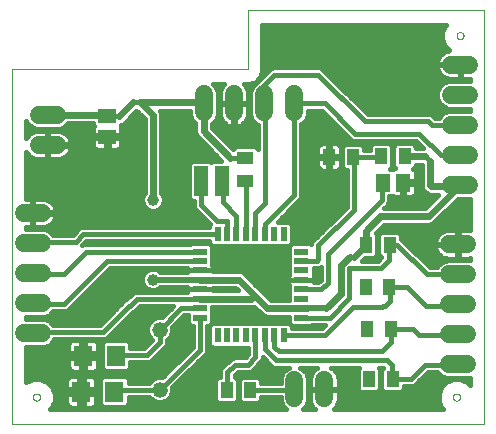
<source format=gtl>
G75*
%MOIN*%
%OFA0B0*%
%FSLAX25Y25*%
%IPPOS*%
%LPD*%
%AMOC8*
5,1,8,0,0,1.08239X$1,22.5*
%
%ADD10C,0.00000*%
%ADD11C,0.06000*%
%ADD12R,0.06299X0.07087*%
%ADD13R,0.05906X0.05118*%
%ADD14R,0.05118X0.05906*%
%ADD15C,0.05200*%
%ADD16R,0.05512X0.04331*%
%ADD17R,0.04331X0.05512*%
%ADD18R,0.05000X0.10000*%
%ADD19R,0.05000X0.02200*%
%ADD20R,0.02200X0.05000*%
%ADD21C,0.01600*%
%ADD22C,0.03962*%
%ADD23C,0.02400*%
%ADD24C,0.01969*%
D10*
X0002092Y0002201D02*
X0002092Y0120311D01*
X0080832Y0120311D01*
X0080832Y0139996D01*
X0159572Y0139996D01*
X0159572Y0002201D01*
X0002092Y0002201D01*
X0009179Y0011059D02*
X0009181Y0011128D01*
X0009187Y0011196D01*
X0009197Y0011264D01*
X0009211Y0011331D01*
X0009229Y0011398D01*
X0009250Y0011463D01*
X0009276Y0011527D01*
X0009305Y0011589D01*
X0009337Y0011649D01*
X0009373Y0011708D01*
X0009413Y0011764D01*
X0009455Y0011818D01*
X0009501Y0011869D01*
X0009550Y0011918D01*
X0009601Y0011964D01*
X0009655Y0012006D01*
X0009711Y0012046D01*
X0009769Y0012082D01*
X0009830Y0012114D01*
X0009892Y0012143D01*
X0009956Y0012169D01*
X0010021Y0012190D01*
X0010088Y0012208D01*
X0010155Y0012222D01*
X0010223Y0012232D01*
X0010291Y0012238D01*
X0010360Y0012240D01*
X0010429Y0012238D01*
X0010497Y0012232D01*
X0010565Y0012222D01*
X0010632Y0012208D01*
X0010699Y0012190D01*
X0010764Y0012169D01*
X0010828Y0012143D01*
X0010890Y0012114D01*
X0010950Y0012082D01*
X0011009Y0012046D01*
X0011065Y0012006D01*
X0011119Y0011964D01*
X0011170Y0011918D01*
X0011219Y0011869D01*
X0011265Y0011818D01*
X0011307Y0011764D01*
X0011347Y0011708D01*
X0011383Y0011649D01*
X0011415Y0011589D01*
X0011444Y0011527D01*
X0011470Y0011463D01*
X0011491Y0011398D01*
X0011509Y0011331D01*
X0011523Y0011264D01*
X0011533Y0011196D01*
X0011539Y0011128D01*
X0011541Y0011059D01*
X0011539Y0010990D01*
X0011533Y0010922D01*
X0011523Y0010854D01*
X0011509Y0010787D01*
X0011491Y0010720D01*
X0011470Y0010655D01*
X0011444Y0010591D01*
X0011415Y0010529D01*
X0011383Y0010468D01*
X0011347Y0010410D01*
X0011307Y0010354D01*
X0011265Y0010300D01*
X0011219Y0010249D01*
X0011170Y0010200D01*
X0011119Y0010154D01*
X0011065Y0010112D01*
X0011009Y0010072D01*
X0010951Y0010036D01*
X0010890Y0010004D01*
X0010828Y0009975D01*
X0010764Y0009949D01*
X0010699Y0009928D01*
X0010632Y0009910D01*
X0010565Y0009896D01*
X0010497Y0009886D01*
X0010429Y0009880D01*
X0010360Y0009878D01*
X0010291Y0009880D01*
X0010223Y0009886D01*
X0010155Y0009896D01*
X0010088Y0009910D01*
X0010021Y0009928D01*
X0009956Y0009949D01*
X0009892Y0009975D01*
X0009830Y0010004D01*
X0009769Y0010036D01*
X0009711Y0010072D01*
X0009655Y0010112D01*
X0009601Y0010154D01*
X0009550Y0010200D01*
X0009501Y0010249D01*
X0009455Y0010300D01*
X0009413Y0010354D01*
X0009373Y0010410D01*
X0009337Y0010468D01*
X0009305Y0010529D01*
X0009276Y0010591D01*
X0009250Y0010655D01*
X0009229Y0010720D01*
X0009211Y0010787D01*
X0009197Y0010854D01*
X0009187Y0010922D01*
X0009181Y0010990D01*
X0009179Y0011059D01*
X0149139Y0011059D02*
X0149141Y0011128D01*
X0149147Y0011196D01*
X0149157Y0011264D01*
X0149171Y0011331D01*
X0149189Y0011398D01*
X0149210Y0011463D01*
X0149236Y0011527D01*
X0149265Y0011589D01*
X0149297Y0011649D01*
X0149333Y0011708D01*
X0149373Y0011764D01*
X0149415Y0011818D01*
X0149461Y0011869D01*
X0149510Y0011918D01*
X0149561Y0011964D01*
X0149615Y0012006D01*
X0149671Y0012046D01*
X0149729Y0012082D01*
X0149790Y0012114D01*
X0149852Y0012143D01*
X0149916Y0012169D01*
X0149981Y0012190D01*
X0150048Y0012208D01*
X0150115Y0012222D01*
X0150183Y0012232D01*
X0150251Y0012238D01*
X0150320Y0012240D01*
X0150389Y0012238D01*
X0150457Y0012232D01*
X0150525Y0012222D01*
X0150592Y0012208D01*
X0150659Y0012190D01*
X0150724Y0012169D01*
X0150788Y0012143D01*
X0150850Y0012114D01*
X0150910Y0012082D01*
X0150969Y0012046D01*
X0151025Y0012006D01*
X0151079Y0011964D01*
X0151130Y0011918D01*
X0151179Y0011869D01*
X0151225Y0011818D01*
X0151267Y0011764D01*
X0151307Y0011708D01*
X0151343Y0011649D01*
X0151375Y0011589D01*
X0151404Y0011527D01*
X0151430Y0011463D01*
X0151451Y0011398D01*
X0151469Y0011331D01*
X0151483Y0011264D01*
X0151493Y0011196D01*
X0151499Y0011128D01*
X0151501Y0011059D01*
X0151499Y0010990D01*
X0151493Y0010922D01*
X0151483Y0010854D01*
X0151469Y0010787D01*
X0151451Y0010720D01*
X0151430Y0010655D01*
X0151404Y0010591D01*
X0151375Y0010529D01*
X0151343Y0010468D01*
X0151307Y0010410D01*
X0151267Y0010354D01*
X0151225Y0010300D01*
X0151179Y0010249D01*
X0151130Y0010200D01*
X0151079Y0010154D01*
X0151025Y0010112D01*
X0150969Y0010072D01*
X0150911Y0010036D01*
X0150850Y0010004D01*
X0150788Y0009975D01*
X0150724Y0009949D01*
X0150659Y0009928D01*
X0150592Y0009910D01*
X0150525Y0009896D01*
X0150457Y0009886D01*
X0150389Y0009880D01*
X0150320Y0009878D01*
X0150251Y0009880D01*
X0150183Y0009886D01*
X0150115Y0009896D01*
X0150048Y0009910D01*
X0149981Y0009928D01*
X0149916Y0009949D01*
X0149852Y0009975D01*
X0149790Y0010004D01*
X0149729Y0010036D01*
X0149671Y0010072D01*
X0149615Y0010112D01*
X0149561Y0010154D01*
X0149510Y0010200D01*
X0149461Y0010249D01*
X0149415Y0010300D01*
X0149373Y0010354D01*
X0149333Y0010410D01*
X0149297Y0010468D01*
X0149265Y0010529D01*
X0149236Y0010591D01*
X0149210Y0010655D01*
X0149189Y0010720D01*
X0149171Y0010787D01*
X0149157Y0010854D01*
X0149147Y0010922D01*
X0149141Y0010990D01*
X0149139Y0011059D01*
X0150321Y0131531D02*
X0150323Y0131600D01*
X0150329Y0131668D01*
X0150339Y0131736D01*
X0150353Y0131803D01*
X0150371Y0131870D01*
X0150392Y0131935D01*
X0150418Y0131999D01*
X0150447Y0132061D01*
X0150479Y0132121D01*
X0150515Y0132180D01*
X0150555Y0132236D01*
X0150597Y0132290D01*
X0150643Y0132341D01*
X0150692Y0132390D01*
X0150743Y0132436D01*
X0150797Y0132478D01*
X0150853Y0132518D01*
X0150911Y0132554D01*
X0150972Y0132586D01*
X0151034Y0132615D01*
X0151098Y0132641D01*
X0151163Y0132662D01*
X0151230Y0132680D01*
X0151297Y0132694D01*
X0151365Y0132704D01*
X0151433Y0132710D01*
X0151502Y0132712D01*
X0151571Y0132710D01*
X0151639Y0132704D01*
X0151707Y0132694D01*
X0151774Y0132680D01*
X0151841Y0132662D01*
X0151906Y0132641D01*
X0151970Y0132615D01*
X0152032Y0132586D01*
X0152092Y0132554D01*
X0152151Y0132518D01*
X0152207Y0132478D01*
X0152261Y0132436D01*
X0152312Y0132390D01*
X0152361Y0132341D01*
X0152407Y0132290D01*
X0152449Y0132236D01*
X0152489Y0132180D01*
X0152525Y0132121D01*
X0152557Y0132061D01*
X0152586Y0131999D01*
X0152612Y0131935D01*
X0152633Y0131870D01*
X0152651Y0131803D01*
X0152665Y0131736D01*
X0152675Y0131668D01*
X0152681Y0131600D01*
X0152683Y0131531D01*
X0152681Y0131462D01*
X0152675Y0131394D01*
X0152665Y0131326D01*
X0152651Y0131259D01*
X0152633Y0131192D01*
X0152612Y0131127D01*
X0152586Y0131063D01*
X0152557Y0131001D01*
X0152525Y0130940D01*
X0152489Y0130882D01*
X0152449Y0130826D01*
X0152407Y0130772D01*
X0152361Y0130721D01*
X0152312Y0130672D01*
X0152261Y0130626D01*
X0152207Y0130584D01*
X0152151Y0130544D01*
X0152093Y0130508D01*
X0152032Y0130476D01*
X0151970Y0130447D01*
X0151906Y0130421D01*
X0151841Y0130400D01*
X0151774Y0130382D01*
X0151707Y0130368D01*
X0151639Y0130358D01*
X0151571Y0130352D01*
X0151502Y0130350D01*
X0151433Y0130352D01*
X0151365Y0130358D01*
X0151297Y0130368D01*
X0151230Y0130382D01*
X0151163Y0130400D01*
X0151098Y0130421D01*
X0151034Y0130447D01*
X0150972Y0130476D01*
X0150911Y0130508D01*
X0150853Y0130544D01*
X0150797Y0130584D01*
X0150743Y0130626D01*
X0150692Y0130672D01*
X0150643Y0130721D01*
X0150597Y0130772D01*
X0150555Y0130826D01*
X0150515Y0130882D01*
X0150479Y0130940D01*
X0150447Y0131001D01*
X0150418Y0131063D01*
X0150392Y0131127D01*
X0150371Y0131192D01*
X0150353Y0131259D01*
X0150339Y0131326D01*
X0150329Y0131394D01*
X0150323Y0131462D01*
X0150321Y0131531D01*
D11*
X0148541Y0121846D02*
X0154541Y0121846D01*
X0154541Y0111846D02*
X0148541Y0111846D01*
X0148541Y0101846D02*
X0154541Y0101846D01*
X0154541Y0091846D02*
X0148541Y0091846D01*
X0148541Y0081846D02*
X0154541Y0081846D01*
X0153832Y0062004D02*
X0147832Y0062004D01*
X0147832Y0052004D02*
X0153832Y0052004D01*
X0153832Y0042004D02*
X0147832Y0042004D01*
X0147832Y0032004D02*
X0153832Y0032004D01*
X0153832Y0022004D02*
X0147832Y0022004D01*
X0106265Y0016657D02*
X0106265Y0010657D01*
X0096265Y0010657D02*
X0096265Y0016657D01*
X0012100Y0032437D02*
X0006100Y0032437D01*
X0006100Y0042437D02*
X0012100Y0042437D01*
X0012100Y0052437D02*
X0006100Y0052437D01*
X0006100Y0062437D02*
X0012100Y0062437D01*
X0012100Y0072437D02*
X0006100Y0072437D01*
X0011061Y0095075D02*
X0017061Y0095075D01*
X0017061Y0105075D02*
X0011061Y0105075D01*
X0066147Y0105933D02*
X0066147Y0111933D01*
X0076147Y0111933D02*
X0076147Y0105933D01*
X0086147Y0105933D02*
X0086147Y0111933D01*
X0096147Y0111933D02*
X0096147Y0105933D01*
D12*
X0036856Y0024878D03*
X0025832Y0024878D03*
X0025242Y0012870D03*
X0036265Y0012870D03*
D13*
X0033864Y0097909D03*
X0033864Y0104602D03*
D14*
X0125793Y0082555D03*
X0132486Y0082555D03*
D15*
X0051423Y0033500D03*
X0051423Y0013500D03*
D16*
X0079887Y0082949D03*
X0079887Y0090823D03*
D17*
X0107919Y0091138D03*
X0115793Y0091138D03*
X0125163Y0091335D03*
X0133037Y0091335D03*
X0128037Y0061886D03*
X0120163Y0061886D03*
X0120084Y0047909D03*
X0127958Y0047909D03*
X0128352Y0033736D03*
X0120478Y0033736D03*
X0121147Y0017004D03*
X0129021Y0017004D03*
X0081541Y0013461D03*
X0073667Y0013461D03*
D18*
X0072210Y0083224D03*
X0065242Y0083028D03*
D19*
X0064798Y0059563D03*
X0064798Y0056413D03*
X0064798Y0053264D03*
X0064798Y0050114D03*
X0064798Y0046965D03*
X0064798Y0043815D03*
X0064798Y0040665D03*
X0064798Y0037516D03*
X0098598Y0037516D03*
X0098598Y0040665D03*
X0098598Y0043815D03*
X0098598Y0046965D03*
X0098598Y0050114D03*
X0098598Y0053264D03*
X0098598Y0056413D03*
X0098598Y0059563D03*
D20*
X0092722Y0065439D03*
X0089572Y0065439D03*
X0086423Y0065439D03*
X0083273Y0065439D03*
X0080124Y0065439D03*
X0076974Y0065439D03*
X0073824Y0065439D03*
X0070675Y0065439D03*
X0070675Y0031639D03*
X0073824Y0031639D03*
X0076974Y0031639D03*
X0080124Y0031639D03*
X0083273Y0031639D03*
X0086423Y0031639D03*
X0089572Y0031639D03*
X0092722Y0031639D03*
D21*
X0106334Y0031639D01*
X0115675Y0040980D01*
X0125320Y0040980D01*
X0125714Y0041374D01*
X0126502Y0041374D01*
X0128076Y0042949D01*
X0128076Y0047791D01*
X0127958Y0047909D01*
X0133746Y0047909D01*
X0140281Y0041374D01*
X0150202Y0041374D01*
X0150832Y0042004D01*
X0150832Y0052004D02*
X0140478Y0052004D01*
X0130596Y0061886D01*
X0128037Y0061886D01*
X0127683Y0061531D01*
X0127683Y0056728D01*
X0125124Y0054169D01*
X0114691Y0054169D01*
X0114494Y0053972D01*
X0114494Y0043933D01*
X0108076Y0037516D01*
X0100517Y0037516D01*
X0104533Y0037516D01*
X0106416Y0035116D02*
X0102061Y0035116D01*
X0101761Y0034816D01*
X0095436Y0034816D01*
X0094498Y0035753D01*
X0094498Y0037865D01*
X0086693Y0037865D01*
X0085664Y0038292D01*
X0082740Y0041216D01*
X0082255Y0041015D01*
X0068898Y0041015D01*
X0068898Y0035753D01*
X0067961Y0034816D01*
X0067198Y0034816D01*
X0067198Y0026398D01*
X0066833Y0025516D01*
X0055623Y0014306D01*
X0055623Y0012665D01*
X0054983Y0011121D01*
X0053802Y0009939D01*
X0052258Y0009300D01*
X0050587Y0009300D01*
X0049044Y0009939D01*
X0047883Y0011100D01*
X0041015Y0011100D01*
X0041015Y0008664D01*
X0040078Y0007727D01*
X0032453Y0007727D01*
X0031516Y0008664D01*
X0031516Y0017076D01*
X0032453Y0018013D01*
X0040078Y0018013D01*
X0041015Y0017076D01*
X0041015Y0015900D01*
X0047883Y0015900D01*
X0049044Y0017061D01*
X0050587Y0017700D01*
X0052229Y0017700D01*
X0062398Y0027870D01*
X0062398Y0034816D01*
X0061636Y0034816D01*
X0060698Y0035753D01*
X0060698Y0038265D01*
X0059582Y0038265D01*
X0055623Y0034306D01*
X0055623Y0032665D01*
X0054983Y0031121D01*
X0053823Y0029960D01*
X0053823Y0028810D01*
X0053457Y0027928D01*
X0049205Y0023676D01*
X0049205Y0023676D01*
X0048530Y0023001D01*
X0047648Y0022635D01*
X0041605Y0022635D01*
X0041605Y0020672D01*
X0040668Y0019735D01*
X0033044Y0019735D01*
X0032106Y0020672D01*
X0032106Y0029084D01*
X0033044Y0030021D01*
X0040668Y0030021D01*
X0041605Y0029084D01*
X0041605Y0027435D01*
X0046177Y0027435D01*
X0048862Y0030121D01*
X0047862Y0031121D01*
X0047223Y0032665D01*
X0047223Y0034335D01*
X0047862Y0035879D01*
X0049044Y0037061D01*
X0050587Y0037700D01*
X0052229Y0037700D01*
X0055944Y0041415D01*
X0044700Y0041415D01*
X0043497Y0040211D01*
X0042822Y0039536D01*
X0042486Y0039397D01*
X0034442Y0031353D01*
X0033767Y0030678D01*
X0032884Y0030313D01*
X0016199Y0030313D01*
X0016000Y0029831D01*
X0014706Y0028537D01*
X0013015Y0027837D01*
X0006892Y0027837D01*
X0006892Y0016050D01*
X0006972Y0016130D01*
X0009170Y0017040D01*
X0011550Y0017040D01*
X0013748Y0016130D01*
X0015430Y0014447D01*
X0016341Y0012249D01*
X0016341Y0009869D01*
X0015430Y0007671D01*
X0014760Y0007001D01*
X0093417Y0007001D01*
X0092366Y0008052D01*
X0091665Y0009742D01*
X0091665Y0011061D01*
X0085306Y0011061D01*
X0085306Y0010042D01*
X0084369Y0009105D01*
X0078713Y0009105D01*
X0077776Y0010042D01*
X0077776Y0016879D01*
X0078713Y0017817D01*
X0084369Y0017817D01*
X0085306Y0016879D01*
X0085306Y0015861D01*
X0091665Y0015861D01*
X0091665Y0017572D01*
X0092366Y0019263D01*
X0093660Y0020557D01*
X0094400Y0020864D01*
X0089607Y0020864D01*
X0088725Y0021229D01*
X0088050Y0021904D01*
X0085673Y0024281D01*
X0085673Y0023849D01*
X0085308Y0022967D01*
X0082867Y0020526D01*
X0082192Y0019851D01*
X0081310Y0019486D01*
X0077496Y0019486D01*
X0076343Y0018333D01*
X0076343Y0017817D01*
X0076495Y0017817D01*
X0077432Y0016879D01*
X0077432Y0010042D01*
X0076495Y0009105D01*
X0070839Y0009105D01*
X0069902Y0010042D01*
X0069902Y0016879D01*
X0070839Y0017817D01*
X0071543Y0017817D01*
X0071543Y0019804D01*
X0071908Y0020686D01*
X0072583Y0021361D01*
X0075142Y0023920D01*
X0076024Y0024286D01*
X0079838Y0024286D01*
X0080873Y0025321D01*
X0080873Y0027539D01*
X0068912Y0027539D01*
X0067975Y0028477D01*
X0067975Y0034802D01*
X0068912Y0035739D01*
X0094485Y0035739D01*
X0095422Y0034802D01*
X0095422Y0034039D01*
X0105340Y0034039D01*
X0106416Y0035116D01*
X0105471Y0034171D02*
X0095422Y0034171D01*
X0094498Y0035770D02*
X0068898Y0035770D01*
X0068898Y0037368D02*
X0094498Y0037368D01*
X0098598Y0037516D02*
X0100517Y0037516D01*
X0098598Y0040665D02*
X0098480Y0040783D01*
X0094498Y0043465D02*
X0088409Y0043465D01*
X0085273Y0046602D01*
X0084485Y0047389D01*
X0080056Y0051818D01*
X0079269Y0052606D01*
X0078240Y0053032D01*
X0069098Y0053032D01*
X0069098Y0053264D01*
X0069098Y0054601D01*
X0068976Y0055059D01*
X0068898Y0055192D01*
X0068898Y0061326D01*
X0067961Y0062263D01*
X0061636Y0062263D01*
X0061336Y0061963D01*
X0026300Y0061963D01*
X0025580Y0061665D01*
X0026955Y0063039D01*
X0067975Y0063039D01*
X0067975Y0062277D01*
X0068912Y0061339D01*
X0094485Y0061339D01*
X0095422Y0062277D01*
X0095422Y0068602D01*
X0094485Y0069539D01*
X0090738Y0069539D01*
X0097546Y0076347D01*
X0098221Y0077022D01*
X0098587Y0077904D01*
X0098587Y0101964D01*
X0098753Y0102033D01*
X0100047Y0103327D01*
X0100747Y0105018D01*
X0100747Y0106533D01*
X0105389Y0106533D01*
X0114428Y0097495D01*
X0115103Y0096820D01*
X0115985Y0096454D01*
X0136925Y0096454D01*
X0139244Y0094135D01*
X0136802Y0094135D01*
X0136802Y0094753D01*
X0135865Y0095691D01*
X0130209Y0095691D01*
X0129272Y0094753D01*
X0129272Y0087916D01*
X0129880Y0087308D01*
X0129690Y0087308D01*
X0129232Y0087185D01*
X0129045Y0087077D01*
X0129015Y0087108D01*
X0128120Y0087108D01*
X0128928Y0087916D01*
X0128928Y0094753D01*
X0127991Y0095691D01*
X0122335Y0095691D01*
X0121398Y0094753D01*
X0121398Y0093538D01*
X0119558Y0093538D01*
X0119558Y0094556D01*
X0118621Y0095494D01*
X0112965Y0095494D01*
X0112028Y0094556D01*
X0112028Y0087719D01*
X0112965Y0086782D01*
X0113669Y0086782D01*
X0113669Y0074455D01*
X0102223Y0063009D01*
X0101869Y0062155D01*
X0101761Y0062263D01*
X0095436Y0062263D01*
X0094498Y0061326D01*
X0094498Y0052043D01*
X0094421Y0051909D01*
X0094298Y0051451D01*
X0094298Y0050114D01*
X0094298Y0048777D01*
X0094421Y0048319D01*
X0094498Y0048185D01*
X0094498Y0043465D01*
X0094498Y0043762D02*
X0088113Y0043762D01*
X0086514Y0045361D02*
X0094498Y0045361D01*
X0094498Y0046959D02*
X0084916Y0046959D01*
X0083317Y0048558D02*
X0094357Y0048558D01*
X0094298Y0050114D02*
X0098598Y0050114D01*
X0098598Y0050114D01*
X0094298Y0050114D01*
X0094298Y0050156D02*
X0081719Y0050156D01*
X0080120Y0051755D02*
X0094380Y0051755D01*
X0094498Y0053353D02*
X0069098Y0053353D01*
X0069098Y0053264D02*
X0064799Y0053264D01*
X0064799Y0053264D01*
X0069098Y0053264D01*
X0069004Y0054952D02*
X0094498Y0054952D01*
X0094498Y0056550D02*
X0068898Y0056550D01*
X0068898Y0058149D02*
X0094498Y0058149D01*
X0094498Y0059747D02*
X0068898Y0059747D01*
X0068878Y0061346D02*
X0068906Y0061346D01*
X0067975Y0062944D02*
X0026860Y0062944D01*
X0025961Y0065439D02*
X0023352Y0062831D01*
X0009494Y0062831D01*
X0009100Y0062437D01*
X0006892Y0067037D02*
X0006892Y0067637D01*
X0008900Y0067637D01*
X0008900Y0072237D01*
X0009300Y0072237D01*
X0009300Y0072637D01*
X0016900Y0072637D01*
X0016900Y0072815D01*
X0016782Y0073561D01*
X0016548Y0074280D01*
X0016205Y0074953D01*
X0015761Y0075564D01*
X0015227Y0076098D01*
X0014616Y0076542D01*
X0013943Y0076885D01*
X0013224Y0077119D01*
X0012478Y0077237D01*
X0009300Y0077237D01*
X0009300Y0072637D01*
X0008900Y0072637D01*
X0008900Y0077237D01*
X0006892Y0077237D01*
X0006892Y0092683D01*
X0006955Y0092559D01*
X0007399Y0091948D01*
X0007934Y0091414D01*
X0008545Y0090969D01*
X0009218Y0090626D01*
X0009937Y0090393D01*
X0010683Y0090275D01*
X0013861Y0090275D01*
X0013861Y0094875D01*
X0014261Y0094875D01*
X0014261Y0095275D01*
X0021861Y0095275D01*
X0021861Y0095453D01*
X0021742Y0096199D01*
X0021509Y0096917D01*
X0021166Y0097591D01*
X0020722Y0098202D01*
X0020188Y0098736D01*
X0019576Y0099180D01*
X0018903Y0099523D01*
X0018185Y0099757D01*
X0017438Y0099875D01*
X0014261Y0099875D01*
X0014261Y0095275D01*
X0013861Y0095275D01*
X0013861Y0099875D01*
X0010683Y0099875D01*
X0009937Y0099757D01*
X0009218Y0099523D01*
X0008545Y0099180D01*
X0007934Y0098736D01*
X0007399Y0098202D01*
X0006955Y0097591D01*
X0006892Y0097466D01*
X0006892Y0103118D01*
X0007161Y0102469D01*
X0008455Y0101175D01*
X0010146Y0100475D01*
X0017976Y0100475D01*
X0019666Y0101175D01*
X0020766Y0102275D01*
X0029311Y0102275D01*
X0029311Y0101381D01*
X0029342Y0101350D01*
X0029234Y0101163D01*
X0029111Y0100705D01*
X0029111Y0098389D01*
X0033384Y0098389D01*
X0033384Y0097430D01*
X0029111Y0097430D01*
X0029111Y0095113D01*
X0029234Y0094656D01*
X0029471Y0094245D01*
X0029806Y0093910D01*
X0030216Y0093673D01*
X0030674Y0093550D01*
X0033384Y0093550D01*
X0033384Y0097430D01*
X0034343Y0097430D01*
X0034343Y0093550D01*
X0037054Y0093550D01*
X0037511Y0093673D01*
X0037922Y0093910D01*
X0038257Y0094245D01*
X0038494Y0094656D01*
X0038617Y0095113D01*
X0038617Y0097430D01*
X0034343Y0097430D01*
X0034343Y0098389D01*
X0038617Y0098389D01*
X0038617Y0100705D01*
X0038494Y0101163D01*
X0038386Y0101350D01*
X0038417Y0101381D01*
X0038417Y0101843D01*
X0039347Y0102229D01*
X0043628Y0106509D01*
X0046339Y0103797D01*
X0046339Y0079072D01*
X0046103Y0078836D01*
X0045558Y0077519D01*
X0045558Y0076095D01*
X0046103Y0074779D01*
X0047111Y0073771D01*
X0048427Y0073226D01*
X0049852Y0073226D01*
X0051168Y0073771D01*
X0052175Y0074779D01*
X0052720Y0076095D01*
X0052720Y0077519D01*
X0052175Y0078836D01*
X0051939Y0079072D01*
X0051939Y0105514D01*
X0051536Y0106487D01*
X0061547Y0106487D01*
X0061547Y0105018D01*
X0062248Y0103327D01*
X0063269Y0102306D01*
X0063269Y0099085D01*
X0063695Y0098056D01*
X0064482Y0097268D01*
X0071926Y0089824D01*
X0069047Y0089824D01*
X0068628Y0089404D01*
X0068404Y0089628D01*
X0062079Y0089628D01*
X0061142Y0088690D01*
X0061142Y0077365D01*
X0062079Y0076428D01*
X0062684Y0076428D01*
X0062684Y0074558D01*
X0063050Y0073676D01*
X0063725Y0073001D01*
X0068049Y0068676D01*
X0067975Y0068602D01*
X0067975Y0067839D01*
X0025483Y0067839D01*
X0024601Y0067474D01*
X0022358Y0065231D01*
X0015812Y0065231D01*
X0014706Y0066337D01*
X0013015Y0067037D01*
X0006892Y0067037D01*
X0008900Y0067740D02*
X0009300Y0067740D01*
X0009300Y0067637D02*
X0012478Y0067637D01*
X0013224Y0067755D01*
X0013943Y0067989D01*
X0014616Y0068332D01*
X0015227Y0068776D01*
X0015761Y0069310D01*
X0016205Y0069921D01*
X0016548Y0070594D01*
X0016782Y0071313D01*
X0016900Y0072059D01*
X0016900Y0072237D01*
X0009300Y0072237D01*
X0009300Y0067637D01*
X0009300Y0069338D02*
X0008900Y0069338D01*
X0008900Y0070937D02*
X0009300Y0070937D01*
X0009300Y0072535D02*
X0064190Y0072535D01*
X0062860Y0074134D02*
X0051531Y0074134D01*
X0052570Y0075732D02*
X0062684Y0075732D01*
X0061176Y0077331D02*
X0052720Y0077331D01*
X0052082Y0078929D02*
X0061142Y0078929D01*
X0061142Y0080528D02*
X0051939Y0080528D01*
X0051939Y0082126D02*
X0061142Y0082126D01*
X0061142Y0083725D02*
X0051939Y0083725D01*
X0051939Y0085323D02*
X0061142Y0085323D01*
X0061142Y0086922D02*
X0051939Y0086922D01*
X0051939Y0088520D02*
X0061142Y0088520D01*
X0065242Y0083028D02*
X0065084Y0082870D01*
X0065084Y0075035D01*
X0070399Y0069720D01*
X0073746Y0069720D01*
X0073824Y0069642D01*
X0073824Y0065439D01*
X0070675Y0065439D02*
X0025961Y0065439D01*
X0025243Y0067740D02*
X0013126Y0067740D01*
X0014901Y0066141D02*
X0023268Y0066141D01*
X0026777Y0059563D02*
X0019415Y0052201D01*
X0009336Y0052201D01*
X0009100Y0052437D01*
X0009100Y0042437D02*
X0009376Y0042161D01*
X0019612Y0042161D01*
X0033864Y0056413D01*
X0064798Y0056413D01*
X0064798Y0053264D02*
X0064798Y0053264D01*
X0060498Y0053264D01*
X0060498Y0054013D01*
X0034858Y0054013D01*
X0021646Y0040802D01*
X0020971Y0040127D01*
X0020089Y0039761D01*
X0015930Y0039761D01*
X0014706Y0038537D01*
X0013015Y0037837D01*
X0006892Y0037837D01*
X0006892Y0037037D01*
X0013015Y0037037D01*
X0014706Y0036337D01*
X0015930Y0035113D01*
X0031413Y0035113D01*
X0039906Y0043605D01*
X0040242Y0043745D01*
X0042347Y0045850D01*
X0043229Y0046215D01*
X0060498Y0046215D01*
X0060498Y0046964D01*
X0064798Y0046964D01*
X0064798Y0046965D01*
X0060498Y0046965D01*
X0060498Y0047648D01*
X0051620Y0047648D01*
X0051168Y0047196D01*
X0049852Y0046651D01*
X0048427Y0046651D01*
X0047111Y0047196D01*
X0046103Y0048204D01*
X0045558Y0049520D01*
X0045558Y0050945D01*
X0046103Y0052261D01*
X0047111Y0053268D01*
X0048427Y0053813D01*
X0049852Y0053813D01*
X0051168Y0053268D01*
X0051620Y0052817D01*
X0060498Y0052817D01*
X0060498Y0053264D01*
X0064798Y0053264D01*
X0064680Y0050232D02*
X0064798Y0050114D01*
X0064799Y0046965D02*
X0069098Y0046965D01*
X0069098Y0047432D01*
X0076523Y0047432D01*
X0077340Y0046615D01*
X0069098Y0046615D01*
X0069098Y0046964D01*
X0064799Y0046964D01*
X0064799Y0046965D01*
X0069098Y0046959D02*
X0076996Y0046959D01*
X0083390Y0040565D02*
X0068898Y0040565D01*
X0068898Y0038967D02*
X0084989Y0038967D01*
X0086423Y0031639D02*
X0086423Y0026925D01*
X0090084Y0023264D01*
X0127289Y0023264D01*
X0128864Y0021689D01*
X0128864Y0017161D01*
X0129021Y0017004D01*
X0135006Y0017004D01*
X0139887Y0021886D01*
X0150714Y0021886D01*
X0150832Y0022004D01*
X0151510Y0017040D02*
X0149131Y0017040D01*
X0146932Y0016130D01*
X0145250Y0014447D01*
X0144339Y0012249D01*
X0144339Y0009869D01*
X0145250Y0007671D01*
X0145920Y0007001D01*
X0109397Y0007001D01*
X0109927Y0007530D01*
X0110371Y0008142D01*
X0110714Y0008815D01*
X0110947Y0009533D01*
X0111065Y0010280D01*
X0111065Y0013457D01*
X0106465Y0013457D01*
X0106465Y0013857D01*
X0111065Y0013857D01*
X0111065Y0017035D01*
X0110947Y0017781D01*
X0110714Y0018500D01*
X0110371Y0019173D01*
X0109927Y0019784D01*
X0117382Y0019784D01*
X0117382Y0020423D02*
X0117382Y0013585D01*
X0118319Y0012648D01*
X0123975Y0012648D01*
X0124913Y0013585D01*
X0124913Y0020423D01*
X0124471Y0020864D01*
X0125697Y0020864D01*
X0125256Y0020423D01*
X0125256Y0013585D01*
X0126193Y0012648D01*
X0131849Y0012648D01*
X0132787Y0013585D01*
X0132787Y0014604D01*
X0135483Y0014604D01*
X0136365Y0014969D01*
X0140882Y0019486D01*
X0143896Y0019486D01*
X0143933Y0019398D01*
X0145227Y0018104D01*
X0146917Y0017404D01*
X0154747Y0017404D01*
X0154772Y0017414D01*
X0154772Y0015066D01*
X0153708Y0016130D01*
X0151510Y0017040D01*
X0152603Y0016587D02*
X0154772Y0016587D01*
X0148038Y0016587D02*
X0137983Y0016587D01*
X0136385Y0014989D02*
X0145792Y0014989D01*
X0144812Y0013390D02*
X0132592Y0013390D01*
X0139582Y0018186D02*
X0145145Y0018186D01*
X0144339Y0011792D02*
X0111065Y0011792D01*
X0111065Y0013390D02*
X0117577Y0013390D01*
X0117382Y0014989D02*
X0111065Y0014989D01*
X0111065Y0016587D02*
X0117382Y0016587D01*
X0117382Y0018186D02*
X0110816Y0018186D01*
X0109927Y0019784D02*
X0109392Y0020319D01*
X0108781Y0020763D01*
X0108583Y0020864D01*
X0117823Y0020864D01*
X0117382Y0020423D01*
X0124913Y0019784D02*
X0125256Y0019784D01*
X0125256Y0018186D02*
X0124913Y0018186D01*
X0124913Y0016587D02*
X0125256Y0016587D01*
X0125256Y0014989D02*
X0124913Y0014989D01*
X0124718Y0013390D02*
X0125451Y0013390D01*
X0125320Y0026413D02*
X0128470Y0029563D01*
X0128470Y0033618D01*
X0128352Y0033736D01*
X0135911Y0033736D01*
X0137919Y0031728D01*
X0150557Y0031728D01*
X0150832Y0032004D01*
X0144339Y0010193D02*
X0111052Y0010193D01*
X0110602Y0008595D02*
X0144867Y0008595D01*
X0125320Y0026413D02*
X0091069Y0026413D01*
X0089572Y0027909D01*
X0089572Y0031639D01*
X0083273Y0031639D02*
X0083273Y0024327D01*
X0080832Y0021886D01*
X0076502Y0021886D01*
X0073943Y0019327D01*
X0073943Y0013736D01*
X0073667Y0013461D01*
X0077432Y0013390D02*
X0077776Y0013390D01*
X0077776Y0011792D02*
X0077432Y0011792D01*
X0077432Y0010193D02*
X0077776Y0010193D01*
X0081541Y0013461D02*
X0096069Y0013461D01*
X0096265Y0013657D01*
X0100865Y0013390D02*
X0101465Y0013390D01*
X0101465Y0013457D02*
X0101465Y0010280D01*
X0101584Y0009533D01*
X0101817Y0008815D01*
X0102160Y0008142D01*
X0102604Y0007530D01*
X0103134Y0007001D01*
X0099114Y0007001D01*
X0100165Y0008052D01*
X0100865Y0009742D01*
X0100865Y0017572D01*
X0100165Y0019263D01*
X0098871Y0020557D01*
X0098131Y0020864D01*
X0103948Y0020864D01*
X0103750Y0020763D01*
X0103138Y0020319D01*
X0102604Y0019784D01*
X0099644Y0019784D01*
X0100611Y0018186D02*
X0101715Y0018186D01*
X0101817Y0018500D02*
X0101584Y0017781D01*
X0101465Y0017035D01*
X0101465Y0013857D01*
X0106065Y0013857D01*
X0106065Y0013457D01*
X0101465Y0013457D01*
X0101465Y0014989D02*
X0100865Y0014989D01*
X0100865Y0016587D02*
X0101465Y0016587D01*
X0101817Y0018500D02*
X0102160Y0019173D01*
X0102604Y0019784D01*
X0101465Y0011792D02*
X0100865Y0011792D01*
X0100865Y0010193D02*
X0101479Y0010193D01*
X0101929Y0008595D02*
X0100390Y0008595D01*
X0092141Y0008595D02*
X0040946Y0008595D01*
X0041015Y0010193D02*
X0048790Y0010193D01*
X0051423Y0013500D02*
X0036895Y0013500D01*
X0036265Y0012870D01*
X0036423Y0013028D01*
X0031516Y0013390D02*
X0026017Y0013390D01*
X0026017Y0013645D02*
X0030191Y0013645D01*
X0030191Y0016650D01*
X0030069Y0017108D01*
X0029832Y0017519D01*
X0029497Y0017854D01*
X0029086Y0018091D01*
X0028628Y0018213D01*
X0026017Y0018213D01*
X0026017Y0013645D01*
X0026017Y0012095D01*
X0030191Y0012095D01*
X0030191Y0009090D01*
X0030069Y0008632D01*
X0029832Y0008222D01*
X0029497Y0007886D01*
X0029086Y0007649D01*
X0028628Y0007527D01*
X0026017Y0007527D01*
X0026017Y0012095D01*
X0024467Y0012095D01*
X0024467Y0007527D01*
X0021855Y0007527D01*
X0021397Y0007649D01*
X0020987Y0007886D01*
X0020652Y0008222D01*
X0020415Y0008632D01*
X0020292Y0009090D01*
X0020292Y0012095D01*
X0024467Y0012095D01*
X0024467Y0013645D01*
X0024467Y0018213D01*
X0021855Y0018213D01*
X0021397Y0018091D01*
X0020987Y0017854D01*
X0020652Y0017519D01*
X0020415Y0017108D01*
X0020292Y0016650D01*
X0020292Y0013645D01*
X0024467Y0013645D01*
X0026017Y0013645D01*
X0026017Y0014989D02*
X0024467Y0014989D01*
X0024467Y0016587D02*
X0026017Y0016587D01*
X0026017Y0018186D02*
X0024467Y0018186D01*
X0025057Y0019535D02*
X0022446Y0019535D01*
X0021988Y0019657D01*
X0021577Y0019894D01*
X0021242Y0020229D01*
X0021005Y0020640D01*
X0020883Y0021098D01*
X0020883Y0024103D01*
X0025057Y0024103D01*
X0025057Y0025653D01*
X0020883Y0025653D01*
X0020883Y0028658D01*
X0021005Y0029116D01*
X0021242Y0029526D01*
X0021577Y0029862D01*
X0021988Y0030099D01*
X0022446Y0030221D01*
X0025057Y0030221D01*
X0025057Y0025653D01*
X0026607Y0025653D01*
X0026607Y0030221D01*
X0029219Y0030221D01*
X0029677Y0030099D01*
X0030087Y0029862D01*
X0030422Y0029526D01*
X0030659Y0029116D01*
X0030782Y0028658D01*
X0030782Y0025653D01*
X0026607Y0025653D01*
X0026607Y0024103D01*
X0026607Y0019535D01*
X0029219Y0019535D01*
X0029677Y0019657D01*
X0030087Y0019894D01*
X0030422Y0020229D01*
X0030659Y0020640D01*
X0030782Y0021098D01*
X0030782Y0024103D01*
X0026607Y0024103D01*
X0025057Y0024103D01*
X0025057Y0019535D01*
X0025057Y0019784D02*
X0026607Y0019784D01*
X0028731Y0018186D02*
X0052715Y0018186D01*
X0054313Y0019784D02*
X0040718Y0019784D01*
X0041605Y0021383D02*
X0055912Y0021383D01*
X0057510Y0022981D02*
X0048484Y0022981D01*
X0050109Y0024580D02*
X0059109Y0024580D01*
X0060707Y0026178D02*
X0051708Y0026178D01*
X0053306Y0027777D02*
X0062306Y0027777D01*
X0062398Y0029375D02*
X0053823Y0029375D01*
X0054837Y0030974D02*
X0062398Y0030974D01*
X0062398Y0032573D02*
X0055585Y0032573D01*
X0055623Y0034171D02*
X0062398Y0034171D01*
X0060698Y0035770D02*
X0057086Y0035770D01*
X0058685Y0037368D02*
X0060698Y0037368D01*
X0058588Y0040665D02*
X0051423Y0033500D01*
X0051423Y0029287D01*
X0047171Y0025035D01*
X0037013Y0025035D01*
X0036856Y0024878D01*
X0037328Y0025350D01*
X0041605Y0027777D02*
X0046518Y0027777D01*
X0048117Y0029375D02*
X0041314Y0029375D01*
X0035661Y0032573D02*
X0047261Y0032573D01*
X0048009Y0030974D02*
X0034063Y0030974D01*
X0032398Y0029375D02*
X0030509Y0029375D01*
X0030782Y0027777D02*
X0032106Y0027777D01*
X0032106Y0026178D02*
X0030782Y0026178D01*
X0032106Y0024580D02*
X0026607Y0024580D01*
X0025057Y0024580D02*
X0006892Y0024580D01*
X0006892Y0026178D02*
X0020883Y0026178D01*
X0020883Y0027777D02*
X0006892Y0027777D01*
X0006892Y0022981D02*
X0020883Y0022981D01*
X0020883Y0021383D02*
X0006892Y0021383D01*
X0006892Y0019784D02*
X0021768Y0019784D01*
X0021753Y0018186D02*
X0006892Y0018186D01*
X0006892Y0016587D02*
X0008077Y0016587D01*
X0012643Y0016587D02*
X0020292Y0016587D01*
X0020292Y0014989D02*
X0014889Y0014989D01*
X0015868Y0013390D02*
X0024467Y0013390D01*
X0024467Y0011792D02*
X0026017Y0011792D01*
X0026017Y0010193D02*
X0024467Y0010193D01*
X0024467Y0008595D02*
X0026017Y0008595D01*
X0030047Y0008595D02*
X0031585Y0008595D01*
X0031516Y0010193D02*
X0030191Y0010193D01*
X0030191Y0011792D02*
X0031516Y0011792D01*
X0031516Y0014989D02*
X0030191Y0014989D01*
X0030191Y0016587D02*
X0031516Y0016587D01*
X0032994Y0019784D02*
X0029897Y0019784D01*
X0030782Y0021383D02*
X0032106Y0021383D01*
X0032106Y0022981D02*
X0030782Y0022981D01*
X0026607Y0022981D02*
X0025057Y0022981D01*
X0025057Y0021383D02*
X0026607Y0021383D01*
X0026607Y0026178D02*
X0025057Y0026178D01*
X0025057Y0027777D02*
X0026607Y0027777D01*
X0026607Y0029375D02*
X0025057Y0029375D01*
X0021155Y0029375D02*
X0015544Y0029375D01*
X0009376Y0032713D02*
X0009100Y0032437D01*
X0009376Y0032713D02*
X0032407Y0032713D01*
X0041265Y0041571D01*
X0041462Y0041571D01*
X0043706Y0043815D01*
X0064798Y0043815D01*
X0064798Y0040665D02*
X0058588Y0040665D01*
X0055094Y0040565D02*
X0043851Y0040565D01*
X0042055Y0038967D02*
X0053495Y0038967D01*
X0049786Y0037368D02*
X0040457Y0037368D01*
X0038858Y0035770D02*
X0047817Y0035770D01*
X0047223Y0034171D02*
X0037260Y0034171D01*
X0033668Y0037368D02*
X0006892Y0037368D01*
X0015135Y0038967D02*
X0035267Y0038967D01*
X0036865Y0040565D02*
X0021410Y0040565D01*
X0023008Y0042164D02*
X0038464Y0042164D01*
X0040259Y0043762D02*
X0024607Y0043762D01*
X0026205Y0045361D02*
X0041858Y0045361D01*
X0045957Y0048558D02*
X0029402Y0048558D01*
X0031001Y0050156D02*
X0045558Y0050156D01*
X0045894Y0051755D02*
X0032599Y0051755D01*
X0034198Y0053353D02*
X0047316Y0053353D01*
X0050963Y0053353D02*
X0060498Y0053353D01*
X0060498Y0046959D02*
X0050595Y0046959D01*
X0047684Y0046959D02*
X0027804Y0046959D01*
X0032070Y0035770D02*
X0015273Y0035770D01*
X0041015Y0016587D02*
X0048571Y0016587D01*
X0051423Y0013500D02*
X0064798Y0026876D01*
X0064798Y0037516D01*
X0067198Y0034171D02*
X0067975Y0034171D01*
X0067975Y0032573D02*
X0067198Y0032573D01*
X0067198Y0030974D02*
X0067975Y0030974D01*
X0067975Y0029375D02*
X0067198Y0029375D01*
X0067198Y0027777D02*
X0068674Y0027777D01*
X0067107Y0026178D02*
X0080873Y0026178D01*
X0080132Y0024580D02*
X0065897Y0024580D01*
X0064298Y0022981D02*
X0074203Y0022981D01*
X0072605Y0021383D02*
X0062700Y0021383D01*
X0061101Y0019784D02*
X0071543Y0019784D01*
X0071543Y0018186D02*
X0059503Y0018186D01*
X0057904Y0016587D02*
X0069902Y0016587D01*
X0069902Y0014989D02*
X0056306Y0014989D01*
X0055623Y0013390D02*
X0069902Y0013390D01*
X0069902Y0011792D02*
X0055261Y0011792D01*
X0054056Y0010193D02*
X0069902Y0010193D01*
X0077432Y0014989D02*
X0077776Y0014989D01*
X0077776Y0016587D02*
X0077432Y0016587D01*
X0076343Y0018186D02*
X0091919Y0018186D01*
X0091665Y0016587D02*
X0085306Y0016587D01*
X0082031Y0019784D02*
X0092887Y0019784D01*
X0088571Y0021383D02*
X0083723Y0021383D01*
X0085314Y0022981D02*
X0086972Y0022981D01*
X0085306Y0010193D02*
X0091665Y0010193D01*
X0098598Y0046965D02*
X0105124Y0046965D01*
X0107407Y0049248D01*
X0107407Y0058697D01*
X0125320Y0076610D01*
X0125320Y0082083D01*
X0125793Y0082555D01*
X0127720Y0078002D02*
X0129015Y0078002D01*
X0129045Y0078033D01*
X0129232Y0077925D01*
X0129690Y0077802D01*
X0132006Y0077802D01*
X0132006Y0082076D01*
X0132965Y0082076D01*
X0132965Y0083035D01*
X0136845Y0083035D01*
X0136845Y0085745D01*
X0136722Y0086203D01*
X0136485Y0086613D01*
X0136150Y0086948D01*
X0135950Y0087064D01*
X0136802Y0087916D01*
X0136802Y0088535D01*
X0138662Y0088535D01*
X0138662Y0081171D01*
X0139088Y0080142D01*
X0139482Y0079749D01*
X0139482Y0079749D01*
X0140270Y0078961D01*
X0141299Y0078535D01*
X0144269Y0078535D01*
X0139830Y0074095D01*
X0126200Y0074095D01*
X0126680Y0074576D01*
X0127355Y0075251D01*
X0127720Y0076133D01*
X0127720Y0078002D01*
X0127720Y0077331D02*
X0143066Y0077331D01*
X0141467Y0075732D02*
X0127555Y0075732D01*
X0126238Y0074134D02*
X0139869Y0074134D01*
X0136150Y0078162D02*
X0135740Y0077925D01*
X0135282Y0077802D01*
X0132965Y0077802D01*
X0132965Y0082076D01*
X0136845Y0082076D01*
X0136845Y0079365D01*
X0136722Y0078908D01*
X0136485Y0078497D01*
X0136150Y0078162D01*
X0136728Y0078929D02*
X0140346Y0078929D01*
X0138929Y0080528D02*
X0136845Y0080528D01*
X0138662Y0082126D02*
X0132965Y0082126D01*
X0132965Y0080528D02*
X0132006Y0080528D01*
X0132006Y0078929D02*
X0132965Y0078929D01*
X0136845Y0083725D02*
X0138662Y0083725D01*
X0138662Y0085323D02*
X0136845Y0085323D01*
X0136176Y0086922D02*
X0138662Y0086922D01*
X0138662Y0088520D02*
X0136802Y0088520D01*
X0139927Y0091335D02*
X0141462Y0089799D01*
X0145006Y0091768D02*
X0151462Y0091768D01*
X0151541Y0091846D01*
X0145006Y0091768D02*
X0137919Y0098854D01*
X0116462Y0098854D01*
X0106383Y0108933D01*
X0096147Y0108933D01*
X0096187Y0108894D01*
X0096187Y0078382D01*
X0086423Y0068618D01*
X0086423Y0065439D01*
X0083273Y0065439D02*
X0083273Y0072358D01*
X0086541Y0075626D01*
X0086541Y0108539D01*
X0086147Y0108933D01*
X0086147Y0115193D01*
X0089494Y0118539D01*
X0104257Y0118539D01*
X0119809Y0102988D01*
X0140872Y0102988D01*
X0142053Y0101807D01*
X0151502Y0101807D01*
X0151541Y0101846D01*
X0147626Y0106446D02*
X0145935Y0105746D01*
X0144641Y0104452D01*
X0144540Y0104207D01*
X0143047Y0104207D01*
X0142231Y0105023D01*
X0141349Y0105388D01*
X0120803Y0105388D01*
X0105617Y0120574D01*
X0104735Y0120939D01*
X0089016Y0120939D01*
X0088134Y0120574D01*
X0087459Y0119899D01*
X0084113Y0116552D01*
X0083871Y0115969D01*
X0083542Y0115833D01*
X0082248Y0114539D01*
X0081547Y0112848D01*
X0081547Y0105018D01*
X0082248Y0103327D01*
X0083542Y0102033D01*
X0084141Y0101785D01*
X0084141Y0093753D01*
X0083306Y0094588D01*
X0076469Y0094588D01*
X0075775Y0093895D01*
X0068868Y0100802D01*
X0068868Y0102149D01*
X0070047Y0103327D01*
X0070747Y0105018D01*
X0070747Y0112848D01*
X0070047Y0114539D01*
X0069075Y0115511D01*
X0072937Y0115511D01*
X0072486Y0115060D01*
X0072042Y0114449D01*
X0071699Y0113776D01*
X0071465Y0113057D01*
X0071347Y0112311D01*
X0071347Y0109133D01*
X0075947Y0109133D01*
X0075947Y0108733D01*
X0071347Y0108733D01*
X0071347Y0105555D01*
X0071465Y0104809D01*
X0071699Y0104091D01*
X0072042Y0103417D01*
X0072486Y0102806D01*
X0073020Y0102272D01*
X0073631Y0101828D01*
X0074305Y0101485D01*
X0075023Y0101251D01*
X0075769Y0101133D01*
X0075947Y0101133D01*
X0075947Y0108733D01*
X0076347Y0108733D01*
X0076347Y0101133D01*
X0076525Y0101133D01*
X0077271Y0101251D01*
X0077990Y0101485D01*
X0078663Y0101828D01*
X0079274Y0102272D01*
X0079808Y0102806D01*
X0080253Y0103417D01*
X0080596Y0104091D01*
X0080829Y0104809D01*
X0080947Y0105555D01*
X0080947Y0108733D01*
X0076347Y0108733D01*
X0076347Y0109133D01*
X0080947Y0109133D01*
X0080947Y0112311D01*
X0080829Y0113057D01*
X0080596Y0113776D01*
X0080253Y0114449D01*
X0079808Y0115060D01*
X0079357Y0115511D01*
X0081787Y0115511D01*
X0083551Y0116242D01*
X0084902Y0117592D01*
X0085632Y0119356D01*
X0085632Y0135196D01*
X0146708Y0135196D01*
X0146431Y0134920D01*
X0145520Y0132721D01*
X0145520Y0130342D01*
X0146431Y0128143D01*
X0147960Y0126614D01*
X0147417Y0126528D01*
X0146698Y0126295D01*
X0146025Y0125952D01*
X0145414Y0125508D01*
X0144880Y0124973D01*
X0144436Y0124362D01*
X0144093Y0123689D01*
X0143859Y0122970D01*
X0143741Y0122224D01*
X0143741Y0122046D01*
X0151341Y0122046D01*
X0151341Y0121646D01*
X0151741Y0121646D01*
X0151741Y0117046D01*
X0154772Y0117046D01*
X0154772Y0116446D01*
X0147626Y0116446D01*
X0145935Y0115746D01*
X0144641Y0114452D01*
X0143941Y0112761D01*
X0143941Y0110931D01*
X0144641Y0109241D01*
X0145935Y0107947D01*
X0147626Y0107246D01*
X0154772Y0107246D01*
X0154772Y0106446D01*
X0147626Y0106446D01*
X0146799Y0106104D02*
X0120087Y0106104D01*
X0118488Y0107703D02*
X0146525Y0107703D01*
X0144616Y0109301D02*
X0116890Y0109301D01*
X0115291Y0110900D02*
X0143954Y0110900D01*
X0143941Y0112498D02*
X0113693Y0112498D01*
X0112094Y0114097D02*
X0144494Y0114097D01*
X0145884Y0115695D02*
X0110496Y0115695D01*
X0108897Y0117294D02*
X0147020Y0117294D01*
X0146698Y0117398D02*
X0147417Y0117165D01*
X0148163Y0117046D01*
X0151341Y0117046D01*
X0151341Y0121646D01*
X0143741Y0121646D01*
X0143741Y0121469D01*
X0143859Y0120722D01*
X0144093Y0120004D01*
X0144436Y0119331D01*
X0144880Y0118719D01*
X0145414Y0118185D01*
X0146025Y0117741D01*
X0146698Y0117398D01*
X0144754Y0118892D02*
X0107299Y0118892D01*
X0105700Y0120491D02*
X0143934Y0120491D01*
X0143741Y0122089D02*
X0085632Y0122089D01*
X0085632Y0123688D02*
X0144092Y0123688D01*
X0145192Y0125286D02*
X0085632Y0125286D01*
X0085632Y0126885D02*
X0147690Y0126885D01*
X0146290Y0128483D02*
X0085632Y0128483D01*
X0085632Y0130082D02*
X0145628Y0130082D01*
X0145520Y0131680D02*
X0085632Y0131680D01*
X0085632Y0133279D02*
X0145751Y0133279D01*
X0146414Y0134877D02*
X0085632Y0134877D01*
X0085632Y0120491D02*
X0088051Y0120491D01*
X0086452Y0118892D02*
X0085440Y0118892D01*
X0084854Y0117294D02*
X0084603Y0117294D01*
X0083404Y0115695D02*
X0082231Y0115695D01*
X0082064Y0114097D02*
X0080432Y0114097D01*
X0080918Y0112498D02*
X0081547Y0112498D01*
X0081547Y0110900D02*
X0080947Y0110900D01*
X0080947Y0109301D02*
X0081547Y0109301D01*
X0081547Y0107703D02*
X0080947Y0107703D01*
X0080947Y0106104D02*
X0081547Y0106104D01*
X0081760Y0104506D02*
X0080730Y0104506D01*
X0079882Y0102907D02*
X0082668Y0102907D01*
X0084141Y0101308D02*
X0077447Y0101308D01*
X0076347Y0101308D02*
X0075947Y0101308D01*
X0074847Y0101308D02*
X0068868Y0101308D01*
X0069627Y0102907D02*
X0072413Y0102907D01*
X0071564Y0104506D02*
X0070535Y0104506D01*
X0070747Y0106104D02*
X0071347Y0106104D01*
X0071347Y0107703D02*
X0070747Y0107703D01*
X0070747Y0109301D02*
X0071347Y0109301D01*
X0071347Y0110900D02*
X0070747Y0110900D01*
X0070747Y0112498D02*
X0071377Y0112498D01*
X0071862Y0114097D02*
X0070230Y0114097D01*
X0065793Y0109287D02*
X0066147Y0108933D01*
X0066069Y0108854D01*
X0061547Y0106104D02*
X0051695Y0106104D01*
X0051939Y0104506D02*
X0061760Y0104506D01*
X0062668Y0102907D02*
X0051939Y0102907D01*
X0051939Y0101308D02*
X0063269Y0101308D01*
X0063269Y0099710D02*
X0051939Y0099710D01*
X0051939Y0098111D02*
X0063672Y0098111D01*
X0065237Y0096513D02*
X0051939Y0096513D01*
X0051939Y0094914D02*
X0066836Y0094914D01*
X0068434Y0093316D02*
X0051939Y0093316D01*
X0051939Y0091717D02*
X0070033Y0091717D01*
X0071632Y0090119D02*
X0051939Y0090119D01*
X0046339Y0090119D02*
X0006892Y0090119D01*
X0006892Y0091717D02*
X0007630Y0091717D01*
X0006892Y0088520D02*
X0046339Y0088520D01*
X0046339Y0086922D02*
X0006892Y0086922D01*
X0006892Y0085323D02*
X0046339Y0085323D01*
X0046339Y0083725D02*
X0006892Y0083725D01*
X0006892Y0082126D02*
X0046339Y0082126D01*
X0046339Y0080528D02*
X0006892Y0080528D01*
X0006892Y0078929D02*
X0046197Y0078929D01*
X0045558Y0077331D02*
X0006892Y0077331D01*
X0008900Y0075732D02*
X0009300Y0075732D01*
X0009300Y0074134D02*
X0008900Y0074134D01*
X0015593Y0075732D02*
X0045708Y0075732D01*
X0046748Y0074134D02*
X0016596Y0074134D01*
X0016660Y0070937D02*
X0065789Y0070937D01*
X0067387Y0069338D02*
X0015782Y0069338D01*
X0026777Y0059563D02*
X0064798Y0059563D01*
X0076974Y0065439D02*
X0076974Y0071413D01*
X0072368Y0076020D01*
X0072368Y0083067D01*
X0072210Y0083224D01*
X0079887Y0082949D02*
X0080124Y0082713D01*
X0080124Y0065439D01*
X0092136Y0070937D02*
X0110151Y0070937D01*
X0111749Y0072535D02*
X0093734Y0072535D01*
X0095333Y0074134D02*
X0113348Y0074134D01*
X0113669Y0075732D02*
X0096931Y0075732D01*
X0098349Y0077331D02*
X0113669Y0077331D01*
X0113669Y0078929D02*
X0098587Y0078929D01*
X0098587Y0080528D02*
X0113669Y0080528D01*
X0113669Y0082126D02*
X0098587Y0082126D01*
X0098587Y0083725D02*
X0113669Y0083725D01*
X0113669Y0085323D02*
X0098587Y0085323D01*
X0098587Y0086922D02*
X0104682Y0086922D01*
X0104648Y0086942D02*
X0105059Y0086705D01*
X0105517Y0086582D01*
X0107636Y0086582D01*
X0107636Y0090855D01*
X0103954Y0090855D01*
X0103954Y0088145D01*
X0104076Y0087687D01*
X0104313Y0087277D01*
X0104648Y0086942D01*
X0103954Y0088520D02*
X0098587Y0088520D01*
X0098587Y0090119D02*
X0103954Y0090119D01*
X0103954Y0091420D02*
X0107636Y0091420D01*
X0107636Y0090855D01*
X0108202Y0090855D01*
X0108202Y0091420D01*
X0111884Y0091420D01*
X0111884Y0094131D01*
X0111762Y0094588D01*
X0111525Y0094999D01*
X0111189Y0095334D01*
X0110779Y0095571D01*
X0110321Y0095694D01*
X0108202Y0095694D01*
X0108202Y0091421D01*
X0107636Y0091421D01*
X0107636Y0095694D01*
X0105517Y0095694D01*
X0105059Y0095571D01*
X0104648Y0095334D01*
X0104313Y0094999D01*
X0104076Y0094588D01*
X0103954Y0094131D01*
X0103954Y0091420D01*
X0103954Y0091717D02*
X0098587Y0091717D01*
X0098587Y0093316D02*
X0103954Y0093316D01*
X0104264Y0094914D02*
X0098587Y0094914D01*
X0098587Y0096513D02*
X0115843Y0096513D01*
X0113811Y0098111D02*
X0098587Y0098111D01*
X0098587Y0099710D02*
X0112212Y0099710D01*
X0110614Y0101308D02*
X0098587Y0101308D01*
X0099627Y0102907D02*
X0109015Y0102907D01*
X0107417Y0104506D02*
X0100535Y0104506D01*
X0100747Y0106104D02*
X0105818Y0106104D01*
X0107636Y0094914D02*
X0108202Y0094914D01*
X0108202Y0093316D02*
X0107636Y0093316D01*
X0107636Y0091717D02*
X0108202Y0091717D01*
X0108202Y0090855D02*
X0111884Y0090855D01*
X0111884Y0088145D01*
X0111762Y0087687D01*
X0111525Y0087277D01*
X0111189Y0086942D01*
X0110779Y0086705D01*
X0110321Y0086582D01*
X0108202Y0086582D01*
X0108202Y0090855D01*
X0108202Y0090119D02*
X0107636Y0090119D01*
X0107636Y0088520D02*
X0108202Y0088520D01*
X0108202Y0086922D02*
X0107636Y0086922D01*
X0111155Y0086922D02*
X0112825Y0086922D01*
X0112028Y0088520D02*
X0111884Y0088520D01*
X0111884Y0090119D02*
X0112028Y0090119D01*
X0112028Y0091717D02*
X0111884Y0091717D01*
X0111884Y0093316D02*
X0112028Y0093316D01*
X0112386Y0094914D02*
X0111573Y0094914D01*
X0115793Y0091138D02*
X0124966Y0091138D01*
X0125163Y0091335D01*
X0128928Y0091717D02*
X0129272Y0091717D01*
X0129272Y0090119D02*
X0128928Y0090119D01*
X0128928Y0088520D02*
X0129272Y0088520D01*
X0129272Y0093316D02*
X0128928Y0093316D01*
X0128767Y0094914D02*
X0129433Y0094914D01*
X0136641Y0094914D02*
X0138465Y0094914D01*
X0142748Y0104506D02*
X0144695Y0104506D01*
X0151341Y0117294D02*
X0151741Y0117294D01*
X0151741Y0118892D02*
X0151341Y0118892D01*
X0151341Y0120491D02*
X0151741Y0120491D01*
X0121559Y0094914D02*
X0119200Y0094914D01*
X0115793Y0091138D02*
X0116069Y0090862D01*
X0116069Y0073461D01*
X0104257Y0061650D01*
X0104257Y0056925D01*
X0103746Y0056413D01*
X0098598Y0056413D01*
X0102698Y0054013D02*
X0104223Y0054013D01*
X0105007Y0054338D01*
X0105007Y0050242D01*
X0104130Y0049365D01*
X0102898Y0049365D01*
X0102898Y0050114D01*
X0098599Y0050114D01*
X0098599Y0050114D01*
X0102898Y0050114D01*
X0102898Y0051451D01*
X0102776Y0051909D01*
X0102698Y0052043D01*
X0102698Y0054013D01*
X0102698Y0053353D02*
X0105007Y0053353D01*
X0105007Y0051755D02*
X0102817Y0051755D01*
X0102898Y0050156D02*
X0104921Y0050156D01*
X0114691Y0057909D02*
X0116187Y0057909D01*
X0118806Y0056569D02*
X0119767Y0057530D01*
X0122991Y0057530D01*
X0123928Y0058467D01*
X0123928Y0065304D01*
X0123412Y0065821D01*
X0126087Y0068495D01*
X0141547Y0068495D01*
X0142576Y0068922D01*
X0150901Y0077246D01*
X0154772Y0077246D01*
X0154772Y0066715D01*
X0154210Y0066804D01*
X0151032Y0066804D01*
X0151032Y0062204D01*
X0150632Y0062204D01*
X0150632Y0061804D01*
X0143032Y0061804D01*
X0143032Y0061626D01*
X0143150Y0060880D01*
X0143384Y0060161D01*
X0143727Y0059488D01*
X0144171Y0058877D01*
X0144705Y0058343D01*
X0145317Y0057899D01*
X0145990Y0057556D01*
X0146708Y0057322D01*
X0147455Y0057204D01*
X0150632Y0057204D01*
X0150632Y0061804D01*
X0151032Y0061804D01*
X0151032Y0057204D01*
X0154210Y0057204D01*
X0154772Y0057293D01*
X0154772Y0056593D01*
X0154747Y0056604D01*
X0146917Y0056604D01*
X0145227Y0055904D01*
X0143933Y0054610D01*
X0143847Y0054404D01*
X0141472Y0054404D01*
X0131956Y0063920D01*
X0131802Y0063984D01*
X0131802Y0065304D01*
X0130865Y0066242D01*
X0125209Y0066242D01*
X0124272Y0065304D01*
X0124272Y0058467D01*
X0125150Y0057589D01*
X0124130Y0056569D01*
X0118806Y0056569D01*
X0123610Y0058149D02*
X0124590Y0058149D01*
X0124272Y0059747D02*
X0123928Y0059747D01*
X0123928Y0061346D02*
X0124272Y0061346D01*
X0124272Y0062944D02*
X0123928Y0062944D01*
X0123928Y0064543D02*
X0124272Y0064543D01*
X0123733Y0066141D02*
X0125108Y0066141D01*
X0125331Y0067740D02*
X0154772Y0067740D01*
X0154772Y0069338D02*
X0142993Y0069338D01*
X0144591Y0070937D02*
X0154772Y0070937D01*
X0154772Y0072535D02*
X0146190Y0072535D01*
X0147788Y0074134D02*
X0154772Y0074134D01*
X0154772Y0075732D02*
X0149387Y0075732D01*
X0151029Y0081335D02*
X0151541Y0081846D01*
X0141856Y0081335D02*
X0141462Y0081728D01*
X0146708Y0066686D02*
X0145990Y0066452D01*
X0145317Y0066109D01*
X0144705Y0065665D01*
X0144171Y0065131D01*
X0143727Y0064520D01*
X0143384Y0063846D01*
X0143150Y0063128D01*
X0143032Y0062382D01*
X0143032Y0062204D01*
X0150632Y0062204D01*
X0150632Y0066804D01*
X0147455Y0066804D01*
X0146708Y0066686D01*
X0145379Y0066141D02*
X0130966Y0066141D01*
X0131802Y0064543D02*
X0143744Y0064543D01*
X0143121Y0062944D02*
X0132932Y0062944D01*
X0134530Y0061346D02*
X0143077Y0061346D01*
X0143595Y0059747D02*
X0136129Y0059747D01*
X0137727Y0058149D02*
X0144972Y0058149D01*
X0146788Y0056550D02*
X0139326Y0056550D01*
X0140924Y0054952D02*
X0144275Y0054952D01*
X0150632Y0058149D02*
X0151032Y0058149D01*
X0151032Y0059747D02*
X0150632Y0059747D01*
X0150632Y0061346D02*
X0151032Y0061346D01*
X0151032Y0062944D02*
X0150632Y0062944D01*
X0150632Y0064543D02*
X0151032Y0064543D01*
X0151032Y0066141D02*
X0150632Y0066141D01*
X0108552Y0069338D02*
X0094686Y0069338D01*
X0095422Y0067740D02*
X0106954Y0067740D01*
X0105355Y0066141D02*
X0095422Y0066141D01*
X0095422Y0064543D02*
X0103756Y0064543D01*
X0102196Y0062944D02*
X0095422Y0062944D01*
X0094518Y0061346D02*
X0094491Y0061346D01*
X0079887Y0090823D02*
X0074887Y0090823D01*
X0074756Y0094914D02*
X0084141Y0094914D01*
X0084141Y0096513D02*
X0073157Y0096513D01*
X0071559Y0098111D02*
X0084141Y0098111D01*
X0084141Y0099710D02*
X0069960Y0099710D01*
X0075947Y0102907D02*
X0076347Y0102907D01*
X0076347Y0104506D02*
X0075947Y0104506D01*
X0075947Y0106104D02*
X0076347Y0106104D01*
X0076347Y0107703D02*
X0075947Y0107703D01*
X0046339Y0102907D02*
X0040026Y0102907D01*
X0041624Y0104506D02*
X0045631Y0104506D01*
X0044032Y0106104D02*
X0043223Y0106104D01*
X0042446Y0109287D02*
X0044809Y0109287D01*
X0037761Y0104602D02*
X0033864Y0104602D01*
X0033391Y0105075D01*
X0029318Y0101308D02*
X0019800Y0101308D01*
X0018328Y0099710D02*
X0029111Y0099710D01*
X0029111Y0096513D02*
X0021640Y0096513D01*
X0020787Y0098111D02*
X0033384Y0098111D01*
X0034343Y0098111D02*
X0046339Y0098111D01*
X0046339Y0096513D02*
X0038617Y0096513D01*
X0038563Y0094914D02*
X0046339Y0094914D01*
X0046339Y0093316D02*
X0021536Y0093316D01*
X0021509Y0093232D02*
X0021742Y0093951D01*
X0021861Y0094697D01*
X0021861Y0094875D01*
X0014261Y0094875D01*
X0014261Y0090275D01*
X0017438Y0090275D01*
X0018185Y0090393D01*
X0018903Y0090626D01*
X0019576Y0090969D01*
X0020188Y0091414D01*
X0020722Y0091948D01*
X0021166Y0092559D01*
X0021509Y0093232D01*
X0020491Y0091717D02*
X0046339Y0091717D01*
X0046339Y0099710D02*
X0038617Y0099710D01*
X0038410Y0101308D02*
X0046339Y0101308D01*
X0034343Y0096513D02*
X0033384Y0096513D01*
X0033384Y0094914D02*
X0034343Y0094914D01*
X0029164Y0094914D02*
X0014261Y0094914D01*
X0014261Y0093316D02*
X0013861Y0093316D01*
X0013861Y0091717D02*
X0014261Y0091717D01*
X0014261Y0096513D02*
X0013861Y0096513D01*
X0013861Y0098111D02*
X0014261Y0098111D01*
X0014261Y0099710D02*
X0013861Y0099710D01*
X0009793Y0099710D02*
X0006892Y0099710D01*
X0006892Y0101308D02*
X0008322Y0101308D01*
X0006980Y0102907D02*
X0006892Y0102907D01*
X0006892Y0098111D02*
X0007334Y0098111D01*
X0016341Y0011792D02*
X0020292Y0011792D01*
X0020292Y0010193D02*
X0016341Y0010193D01*
X0015813Y0008595D02*
X0020436Y0008595D01*
D22*
X0063313Y0011453D03*
X0049139Y0050232D03*
X0049139Y0076807D03*
X0105439Y0079169D03*
X0132801Y0075823D03*
D23*
X0124927Y0071295D02*
X0140990Y0071295D01*
X0151541Y0081846D01*
X0151029Y0081335D02*
X0141856Y0081335D01*
X0141462Y0081728D02*
X0141462Y0089799D01*
X0139927Y0091335D02*
X0133037Y0091335D01*
X0124927Y0071295D02*
X0120163Y0066531D01*
X0120163Y0061886D01*
X0116187Y0057909D01*
X0114691Y0057909D02*
X0111738Y0054957D01*
X0111738Y0045508D01*
X0106895Y0040665D01*
X0100517Y0040665D02*
X0087250Y0040665D01*
X0082899Y0045016D01*
X0081698Y0043815D01*
X0064798Y0043815D01*
X0064798Y0050114D02*
X0064917Y0050232D01*
X0077683Y0050232D01*
X0082899Y0045016D01*
X0049139Y0076807D02*
X0049139Y0104957D01*
X0044809Y0109287D01*
X0065793Y0109287D01*
X0066069Y0108854D02*
X0066069Y0099642D01*
X0074887Y0090823D01*
X0042446Y0109287D02*
X0037761Y0104602D01*
X0033391Y0105075D02*
X0014061Y0105075D01*
D24*
X0049139Y0050232D02*
X0064680Y0050232D01*
X0098598Y0040665D02*
X0100517Y0040665D01*
X0106895Y0040665D01*
M02*

</source>
